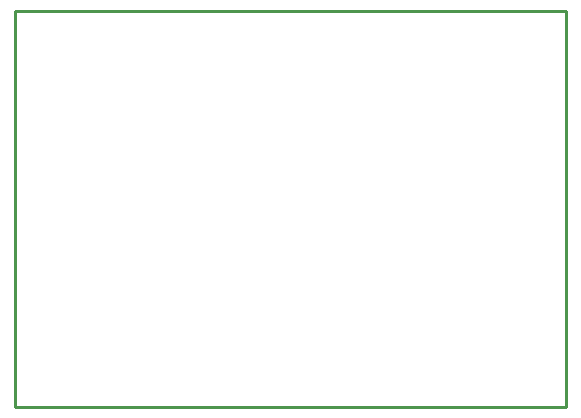
<source format=gko>
G04 Layer: BoardOutlineLayer*
G04 EasyEDA v6.5.44, 2024-07-16 23:05:10*
G04 d2859fdac7c24986be9c74e91a94c2b3,2d99afecd3cb4a319326ca3d9e85512b,10*
G04 Gerber Generator version 0.2*
G04 Scale: 100 percent, Rotated: No, Reflected: No *
G04 Dimensions in inches *
G04 leading zeros omitted , absolute positions ,3 integer and 6 decimal *
%FSLAX36Y36*%
%MOIN*%

%ADD10C,0.0100*%
D10*
X275599Y3621999D02*
G01*
X2110000Y3621999D01*
X2110000Y2305000D01*
X275599Y2305000D01*
X275599Y3621999D01*

%LPD*%
M02*

</source>
